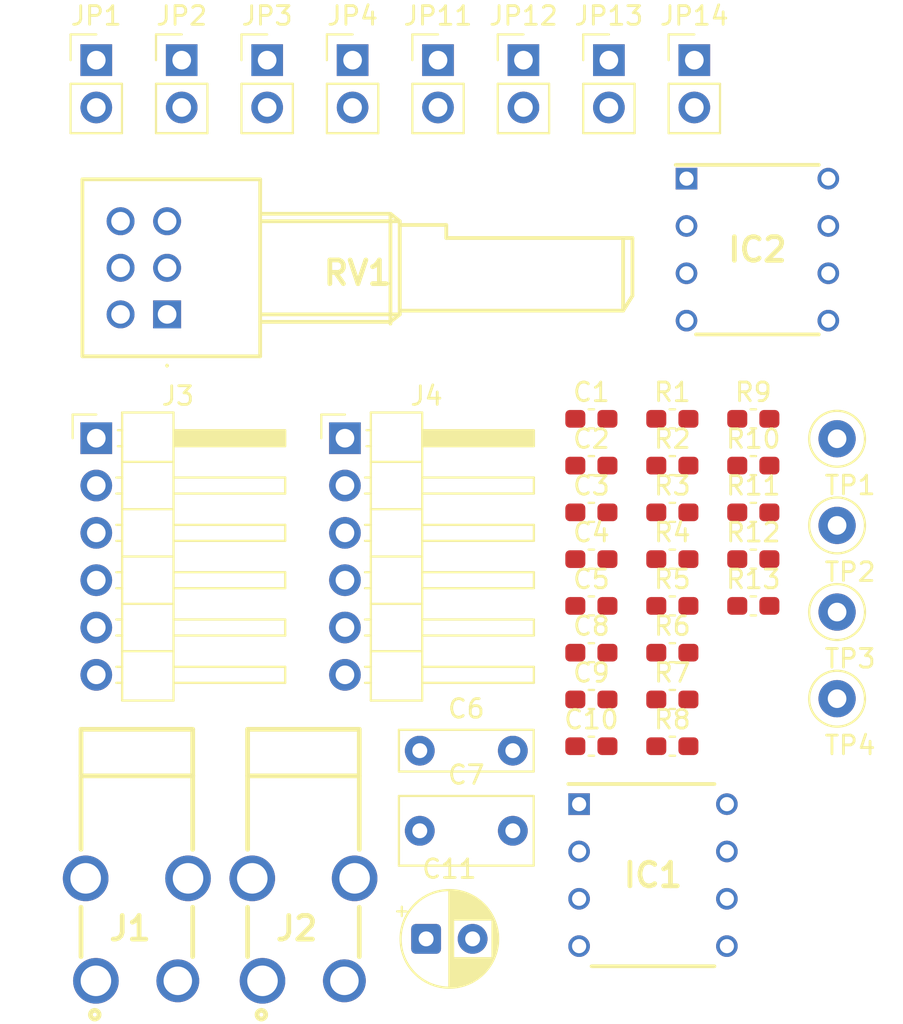
<source format=kicad_pcb>
(kicad_pcb (version 20241229) (generator "pcbnew") (generator_version "9.0")
  (layers (0 "F.Cu" signal) (2 "B.Cu" signal) (13 "F.Paste" user) (15 "B.Paste" user) (5 "F.SilkS" user "F.Silkscreen") (7 "B.SilkS" user "B.Silkscreen") (1 "F.Mask" user) (3 "B.Mask" user) (25 "Edge.Cuts" user))
  (net 0 "")
  (net 1 "Net-(IC1-VINB+)")
  (net 2 "Net-(C1-Pad2)")
  (net 3 "Net-(IC1-VINA-)")
  (net 4 "Net-(C2-Pad1)")
  (net 5 "Net-(C3-Pad1)")
  (net 6 "GND")
  (net 7 "/R11")
  (net 8 "VCC")
  (net 9 "Net-(C6-Pad1)")
  (net 10 "Net-(C7-Pad1)")
  (net 11 "/R13")
  (net 12 "Net-(C8-Pad1)")
  (net 13 "Net-(IC1-VINA+)")
  (net 14 "Net-(IC1-VINB-)")
  (net 15 "Net-(IC1-VOUTA)")
  (net 16 "Net-(IC2-+INPUT_A)")
  (net 17 "Net-(IC2-OUTPUT_A)")
  (net 18 "Net-(IC2--INPUT_A)")
  (net 19 "Net-(IC2-+INPUT_B)")
  (net 20 "Net-(IC2--INPUT_B)")
  (net 21 "Net-(J1-L-Pad2)")
  (net 22 "Net-(J1-R)")
  (net 23 "Net-(J2-L-Pad2)")
  (net 25 "Net-(J2-GND)")
  (net 26 "/A0_OUT")
  (net 27 "/A1_OUT")
  (net 30 "/A0_IN")
  (net 31 "/A1_IN")
  (net 32 "Net-(JP1-Pad1)")
  (net 33 "Net-(JP11-Pad2)")
  (footprint "Connector_PinHeader_2.54mm:PinHeader_1x02_P2.54mm_Vertical" (layer "F.Cu") (at 160.388 64.8408)
    (property "Reference" "JP3" (at 0 -2.38 0) (layer "F.SilkS"))
    (property "Value" "22-23-2021")
    (pad "1" thru_hole rect (at 0 0) (size 1.7 1.7) (drill 1) (layers "*.Cu" "*.Mask") (net 11 "/R13"))
    (pad "2" thru_hole circle (at 0 2.54) (size 1.7 1.7) (drill 1) (layers "*.Cu" "*.Mask") (net 23 "Net-(J2-L-Pad2)"))
  )
  (footprint "Capacitor_SMD:C_0603_1608Metric_Pad1.08x0.95mm_HandSolder" (layer "F.Cu") (at 182.158 91.6208)
    (property "Reference" "R4" (at 0 -1.43 0) (layer "F.SilkS"))
    (property "Value" "47k")
    (pad "1" smd roundrect (at -0.8625 0) (size 1.075 0.95) (layers "F.Cu" "F.Mask" "F.Paste") (net 22 "Net-(J1-R)"))
    (pad "2" smd roundrect (at 0.8625 0) (size 1.075 0.95) (layers "F.Cu" "F.Mask" "F.Paste") (net 5 "Net-(C3-Pad1)"))
  )
  (footprint "Capacitor_SMD:C_0603_1608Metric_Pad1.08x0.95mm_HandSolder" (layer "F.Cu") (at 182.158 96.6408)
    (property "Reference" "R6" (at 0 -1.43 0) (layer "F.SilkS"))
    (property "Value" "22")
    (pad "1" smd roundrect (at -0.8625 0) (size 1.075 0.95) (layers "F.Cu" "F.Mask" "F.Paste") (net 33 "Net-(JP11-Pad2)"))
    (pad "2" smd roundrect (at 0.8625 0) (size 1.075 0.95) (layers "F.Cu" "F.Mask" "F.Paste") (net 15 "Net-(IC1-VOUTA)"))
  )
  (footprint "Connector_PinHeader_2.54mm:PinHeader_1x06_P2.54mm_Horizontal" (layer "F.Cu") (at 151.208 85.1308)
    (property "Reference" "J3" (at 4.385 -2.27 0) (layer "F.SilkS"))
    (property "Value" "Conn_01x06")
    (pad "1" thru_hole rect (at 0 0) (size 1.7 1.7) (drill 1) (layers "*.Cu" "*.Mask") (net 8 "VCC"))
    (pad "2" thru_hole circle (at 0 2.54) (size 1.7 1.7) (drill 1) (layers "*.Cu" "*.Mask") (net 6 "GND"))
    (pad "3" thru_hole circle (at 0 5.08) (size 1.7 1.7) (drill 1) (layers "*.Cu" "*.Mask") (net 6 "GND"))
    (pad "4" thru_hole circle (at 0 7.62) (size 1.7 1.7) (drill 1) (layers "*.Cu" "*.Mask") (net 27 "/A1_OUT"))
    (pad "5" thru_hole circle (at 0 10.16) (size 1.7 1.7) (drill 1) (layers "*.Cu" "*.Mask") (net 6 "GND"))
    (pad "6" thru_hole circle (at 0 12.7) (size 1.7 1.7) (drill 1) (layers "*.Cu" "*.Mask") (net 26 "/A0_OUT"))
  )
  (footprint "Capacitor_SMD:C_0603_1608Metric_Pad1.08x0.95mm_HandSolder" (layer "F.Cu") (at 177.808 86.6008)
    (property "Reference" "C2" (at 0 -1.43 0) (layer "F.SilkS"))
    (property "Value" "1μ")
    (pad "1" smd roundrect (at -0.8625 0) (size 1.075 0.95) (layers "F.Cu" "F.Mask" "F.Paste") (net 4 "Net-(C2-Pad1)"))
    (pad "2" smd roundrect (at 0.8625 0) (size 1.075 0.95) (layers "F.Cu" "F.Mask" "F.Paste") (net 3 "Net-(IC1-VINA-)"))
  )
  (footprint "Capacitor_THT:C_Rect_L7.0mm_W2.0mm_P5.00mm" (layer "F.Cu") (at 168.588 101.9008)
    (property "Reference" "C6" (at 2.5 -2.25 0) (layer "F.SilkS"))
    (property "Value" "0.0047μ(mila)")
    (pad "1" thru_hole circle (at 0 0) (size 1.6 1.6) (drill 0.8) (layers "*.Cu" "*.Mask") (net 9 "Net-(C6-Pad1)"))
    (pad "2" thru_hole circle (at 5 0) (size 1.6 1.6) (drill 0.8) (layers "*.Cu" "*.Mask") (net 6 "GND"))
  )
  (footprint "Capacitor_SMD:C_0603_1608Metric_Pad1.08x0.95mm_HandSolder" (layer "F.Cu") (at 186.508 84.0908)
    (property "Reference" "R9" (at 0 -1.43 0) (layer "F.SilkS"))
    (property "Value" "22")
    (pad "1" smd roundrect (at -0.8625 0) (size 1.075 0.95) (layers "F.Cu" "F.Mask" "F.Paste") (net 14 "Net-(IC1-VINB-)"))
    (pad "2" smd roundrect (at 0.8625 0) (size 1.075 0.95) (layers "F.Cu" "F.Mask" "F.Paste") (net 32 "Net-(JP1-Pad1)"))
  )
  (footprint "TestPoint:TestPoint_Loop_D2.50mm_Drill1.0mm" (layer "F.Cu") (at 191.008 85.1608)
    (property "Reference" "TP1" (at 0.7 2.5 0) (layer "F.SilkS"))
    (property "Value" "入力")
    (pad "1" thru_hole circle (at 0 0) (size 2 2) (drill 1) (layers "*.Cu" "*.Mask") (net 2 "Net-(C1-Pad2)"))
  )
  (footprint "Connector_PinHeader_2.54mm:PinHeader_1x02_P2.54mm_Vertical" (layer "F.Cu") (at 155.798 64.8408)
    (property "Reference" "JP2" (at 0 -2.38 0) (layer "F.SilkS"))
    (property "Value" "22-23-2021")
    (pad "1" thru_hole rect (at 0 0) (size 1.7 1.7) (drill 1) (layers "*.Cu" "*.Mask") (net 9 "Net-(C6-Pad1)"))
    (pad "2" thru_hole circle (at 0 2.54) (size 1.7 1.7) (drill 1) (layers "*.Cu" "*.Mask") (net 12 "Net-(C8-Pad1)"))
  )
  (footprint "TestPoint:TestPoint_Loop_D2.50mm_Drill1.0mm" (layer "F.Cu") (at 191.008 94.4608)
    (property "Reference" "TP3" (at 0.7 2.5 0) (layer "F.SilkS"))
    (property "Value" "出力")
    (pad "1" thru_hole circle (at 0 0) (size 2 2) (drill 1) (layers "*.Cu" "*.Mask") (net 12 "Net-(C8-Pad1)"))
  )
  (footprint "Connector_PinHeader_2.54mm:PinHeader_1x06_P2.54mm_Horizontal" (layer "F.Cu") (at 164.568 85.1308)
    (property "Reference" "J4" (at 4.385 -2.27 0) (layer "F.SilkS"))
    (property "Value" "Conn_01x06")
    (pad "1" thru_hole rect (at 0 0) (size 1.7 1.7) (drill 1) (layers "*.Cu" "*.Mask") (net 8 "VCC"))
    (pad "2" thru_hole circle (at 0 2.54) (size 1.7 1.7) (drill 1) (layers "*.Cu" "*.Mask") (net 6 "GND"))
    (pad "3" thru_hole circle (at 0 5.08) (size 1.7 1.7) (drill 1) (layers "*.Cu" "*.Mask"))
    (pad "4" thru_hole circle (at 0 7.62) (size 1.7 1.7) (drill 1) (layers "*.Cu" "*.Mask") (net 31 "/A1_IN"))
    (pad "5" thru_hole circle (at 0 10.16) (size 1.7 1.7) (drill 1) (layers "*.Cu" "*.Mask"))
    (pad "6" thru_hole circle (at 0 12.7) (size 1.7 1.7) (drill 1) (layers "*.Cu" "*.Mask") (net 30 "/A0_IN"))
  )
  (footprint "Capacitor_SMD:C_0603_1608Metric_Pad1.08x0.95mm_HandSolder" (layer "F.Cu") (at 177.808 89.1108)
    (property "Reference" "C3" (at 0 -1.43 0) (layer "F.SilkS"))
    (property "Value" "1μ")
    (pad "1" smd roundrect (at -0.8625 0) (size 1.075 0.95) (layers "F.Cu" "F.Mask" "F.Paste") (net 5 "Net-(C3-Pad1)"))
    (pad "2" smd roundrect (at 0.8625 0) (size 1.075 0.95) (layers "F.Cu" "F.Mask" "F.Paste") (net 3 "Net-(IC1-VINA-)"))
  )
  (footprint "Connector_PinHeader_2.54mm:PinHeader_1x02_P2.54mm_Vertical" (layer "F.Cu") (at 183.338 64.8408)
    (property "Reference" "JP14" (at 0 -2.38 0) (layer "F.SilkS"))
    (property "Value" "22-23-2021")
    (pad "1" thru_hole rect (at 0 0) (size 1.7 1.7) (drill 1) (layers "*.Cu" "*.Mask") (net 25 "Net-(J2-GND)"))
    (pad "2" thru_hole circle (at 0 2.54) (size 1.7 1.7) (drill 1) (layers "*.Cu" "*.Mask") (net 6 "GND"))
  )
  (footprint "Capacitor_SMD:C_0603_1608Metric_Pad1.08x0.95mm_HandSolder" (layer "F.Cu") (at 182.158 101.6608)
    (property "Reference" "R8" (at 0 -1.43 0) (layer "F.SilkS"))
    (property "Value" "220k")
    (pad "1" smd roundrect (at -0.8625 0) (size 1.075 0.95) (layers "F.Cu" "F.Mask" "F.Paste") (net 7 "/R11"))
    (pad "2" smd roundrect (at 0.8625 0) (size 1.075 0.95) (layers "F.Cu" "F.Mask" "F.Paste") (net 6 "GND"))
  )
  (footprint "Capacitor_SMD:C_0603_1608Metric_Pad1.08x0.95mm_HandSolder" (layer "F.Cu") (at 182.158 84.0908)
    (property "Reference" "R1" (at 0 -1.43 0) (layer "F.SilkS"))
    (property "Value" "100k")
    (pad "1" smd roundrect (at -0.8625 0) (size 1.075 0.95) (layers "F.Cu" "F.Mask" "F.Paste") (net 1 "Net-(IC1-VINB+)"))
    (pad "2" smd roundrect (at 0.8625 0) (size 1.075 0.95) (layers "F.Cu" "F.Mask" "F.Paste") (net 7 "/R11"))
  )
  (footprint "Capacitor_SMD:C_0603_1608Metric_Pad1.08x0.95mm_HandSolder" (layer "F.Cu") (at 186.508 86.6008)
    (property "Reference" "R10" (at 0 -1.43 0) (layer "F.SilkS"))
    (property "Value" "6.8k")
    (pad "1" smd roundrect (at -0.8625 0) (size 1.075 0.95) (layers "F.Cu" "F.Mask" "F.Paste"))
    (pad "2" smd roundrect (at 0.8625 0) (size 1.075 0.95) (layers "F.Cu" "F.Mask" "F.Paste") (net 12 "Net-(C8-Pad1)"))
  )
  (footprint "samacsys:RK09712200HA" (layer "F.Cu") (at 155.013 78.4858)
    (property "Reference" "RV1" (at 10.225 -2.225 0) (layer "F.SilkS") (effects (font (size 1.27 1.27) (thickness 0.254))))
    (property "Value" "R_Potentiometer" (hide yes))
    (pad "R1" thru_hole rect (at 0 0) (size 1.5 1.5) (drill 1) (layers "*.Cu" "*.Mask"))
    (pad "R12" thru_hole circle (at 0 -2.5) (size 1.5 1.5) (drill 1) (layers "*.Cu" "*.Mask") (net 19 "Net-(IC2-+INPUT_B)"))
    (pad "R13" thru_hole circle (at 0 -5) (size 1.5 1.5) (drill 1) (layers "*.Cu" "*.Mask") (net 11 "/R13"))
    (pad "R21" thru_hole circle (at -2.5 0) (size 1.5 1.5) (drill 1) (layers "*.Cu" "*.Mask"))
    (pad "R22" thru_hole circle (at -2.5 -2.5) (size 1.5 1.5) (drill 1) (layers "*.Cu" "*.Mask"))
    (pad "R23" thru_hole circle (at -2.5 -5) (size 1.5 1.5) (drill 1) (layers "*.Cu" "*.Mask"))
  )
  (footprint "Capacitor_SMD:C_0603_1608Metric_Pad1.08x0.95mm_HandSolder" (layer "F.Cu") (at 177.808 99.1508)
    (property "Reference" "C9" (at 0 -1.43 0) (layer "F.SilkS"))
    (property "Value" "1μ")
    (pad "1" smd roundrect (at -0.8625 0) (size 1.075 0.95) (layers "F.Cu" "F.Mask" "F.Paste") (net 6 "GND"))
    (pad "2" smd roundrect (at 0.8625 0) (size 1.075 0.95) (layers "F.Cu" "F.Mask" "F.Paste") (net 7 "/R11"))
  )
  (footprint "Connector_PinHeader_2.54mm:PinHeader_1x02_P2.54mm_Vertical" (layer "F.Cu") (at 169.568 64.8408)
    (property "Reference" "JP11" (at 0 -2.38 0) (layer "F.SilkS"))
    (property "Value" "22-23-2021")
    (pad "1" thru_hole rect (at 0 0) (size 1.7 1.7) (drill 1) (layers "*.Cu" "*.Mask") (net 26 "/A0_OUT"))
    (pad "2" thru_hole circle (at 0 2.54) (size 1.7 1.7) (drill 1) (layers "*.Cu" "*.Mask") (net 33 "Net-(JP11-Pad2)"))
  )
  (footprint "samacsys:MJ-8435" (layer "F.Cu") (at 162.338 103.2528)
    (property "Reference" "J2" (at -0.364 8.187 0) (layer "F.SilkS") (effects (font (size 1.27 1.27) (thickness 0.254))))
    (property "Value" "MJ-8435" (hide yes))
    (pad "1" thru_hole circle (at -2.2 11) (size 2.45 2.45) (drill 1.64) (layers "*.Cu" "*.Mask") (net 25 "Net-(J2-GND)"))
    (pad "2" thru_hole circle (at -2.75 5.5) (size 2.45 2.45) (drill 1.64) (layers "*.Cu" "*.Mask") (net 23 "Net-(J2-L-Pad2)"))
    (pad "3" thru_hole circle (at 2.75 5.5) (size 2.45 2.45) (drill 1.64) (layers "*.Cu" "*.Mask") (net 23 "Net-(J2-L-Pad2)"))
    (pad "4" thru_hole circle (at 2.2 11) (size 2.3 2.3) (drill 1.53) (layers "*.Cu" "*.Mask"))
  )
  (footprint "samacsys:MJ-8435" (layer "F.Cu") (at 153.388 103.2528)
    (property "Reference" "J1" (at -0.364 8.187 0) (layer "F.SilkS") (effects (font (size 1.27 1.27) (thickness 0.254))))
    (property "Value" "MJ-8435" (hide yes))
    (pad "1" thru_hole circle (at -2.2 11) (size 2.45 2.45) (drill 1.64) (layers "*.Cu" "*.Mask") (net 6 "GND"))
    (pad "2" thru_hole circle (at -2.75 5.5) (size 2.45 2.45) (drill 1.64) (layers "*.Cu" "*.Mask") (net 21 "Net-(J1-L-Pad2)"))
    (pad "3" thru_hole circle (at 2.75 5.5) (size 2.45 2.45) (drill 1.64) (layers "*.Cu" "*.Mask") (net 21 "Net-(J1-L-Pad2)"))
    (pad "4" thru_hole circle (at 2.2 11) (size 2.3 2.3) (drill 1.53) (layers "*.Cu" "*.Mask") (net 22 "Net-(J1-R)"))
  )
  (footprint "Capacitor_SMD:C_0603_1608Metric_Pad1.08x0.95mm_HandSolder" (layer "F.Cu") (at 182.158 86.6008)
    (property "Reference" "R2" (at 0 -1.43 0) (layer "F.SilkS"))
    (property "Value" "100k")
    (pad "1" smd roundrect (at -0.8625 0) (size 1.075 0.95) (layers "F.Cu" "F.Mask" "F.Paste") (net 7 "/R11"))
    (pad "2" smd roundrect (at 0.8625 0) (size 1.075 0.95) (layers "F.Cu" "F.Mask" "F.Paste") (net 13 "Net-(IC1-VINA+)"))
  )
  (footprint "Capacitor_SMD:C_0603_1608Metric_Pad1.08x0.95mm_HandSolder" (layer "F.Cu") (at 177.808 94.1308)
    (property "Reference" "C5" (at 0 -1.43 0) (layer "F.SilkS"))
    (property "Value" "0.1μ")
    (pad "1" smd roundrect (at -0.8625 0) (size 1.075 0.95) (layers "F.Cu" "F.Mask" "F.Paste") (net 6 "GND"))
    (pad "2" smd roundrect (at 0.8625 0) (size 1.075 0.95) (layers "F.Cu" "F.Mask" "F.Paste") (net 8 "VCC"))
  )
  (footprint "samacsys:DIP794W56P254L946H432Q8N" (layer "F.Cu") (at 181.118 108.5808)
    (property "Reference" "IC1" (at 0 0 0) (layer "F.SilkS") (effects (font (size 1.27 1.27) (thickness 0.254))))
    (property "Value" "MCP6022-I_P" (hide yes))
    (pad "1" thru_hole rect (at -3.97 -3.81) (size 1.16 1.16) (drill 0.76) (layers "*.Cu" "*.Mask") (net 15 "Net-(IC1-VOUTA)"))
    (pad "2" thru_hole circle (at -3.97 -1.27) (size 1.16 1.16) (drill 0.76) (layers "*.Cu" "*.Mask") (net 3 "Net-(IC1-VINA-)"))
    (pad "3" thru_hole circle (at -3.97 1.27) (size 1.16 1.16) (drill 0.76) (layers "*.Cu" "*.Mask") (net 13 "Net-(IC1-VINA+)"))
    (pad "4" thru_hole circle (at -3.97 3.81) (size 1.16 1.16) (drill 0.76) (layers "*.Cu" "*.Mask") (net 6 "GND"))
    (pad "5" thru_hole circle (at 3.97 3.81) (size 1.16 1.16) (drill 0.76) (layers "*.Cu" "*.Mask") (net 1 "Net-(IC1-VINB+)"))
    (pad "6" thru_hole circle (at 3.97 1.27) (size 1.16 1.16) (drill 0.76) (layers "*.Cu" "*.Mask") (net 14 "Net-(IC1-VINB-)"))
    (pad "7" thru_hole circle (at 3.97 -1.27) (size 1.16 1.16) (drill 0.76) (layers "*.Cu" "*.Mask") (net 14 "Net-(IC1-VINB-)"))
    (pad "8" thru_hole circle (at 3.97 -3.81) (size 1.16 1.16) (drill 0.76) (layers "*.Cu" "*.Mask") (net 8 "VCC"))
  )
  (footprint "Capacitor_SMD:C_0603_1608Metric_Pad1.08x0.95mm_HandSolder" (layer "F.Cu") (at 177.808 96.6408)
    (property "Reference" "C8" (at 0 -1.43 0) (layer "F.SilkS"))
    (property "Value" "1μ")
    (pad "1" smd roundrect (at -0.8625 0) (size 1.075 0.95) (layers "F.Cu" "F.Mask" "F.Paste") (net 12 "Net-(C8-Pad1)"))
    (pad "2" smd roundrect (at 0.8625 0) (size 1.075 0.95) (layers "F.Cu" "F.Mask" "F.Paste") (net 11 "/R13"))
  )
  (footprint "Capacitor_SMD:C_0603_1608Metric_Pad1.08x0.95mm_HandSolder" (layer "F.Cu") (at 186.508 89.1108)
    (property "Reference" "R11" (at 0 -1.43 0) (layer "F.SilkS"))
    (property "Value" "100k")
    (pad "1" smd roundrect (at -0.8625 0) (size 1.075 0.95) (layers "F.Cu" "F.Mask" "F.Paste") (net 7 "/R11"))
    (pad "2" smd roundrect (at 0.8625 0) (size 1.075 0.95) (layers "F.Cu" "F.Mask" "F.Paste") (net 16 "Net-(IC2-+INPUT_A)"))
  )
  (footprint "Capacitor_SMD:C_0603_1608Metric_Pad1.08x0.95mm_HandSolder" (layer "F.Cu") (at 186.508 94.1308)
    (property "Reference" "R13" (at 0 -1.43 0) (layer "F.SilkS"))
    (property "Value" "100k")
    (pad "1" smd roundrect (at -0.8625 0) (size 1.075 0.95) (layers "F.Cu" "F.Mask" "F.Paste") (net 20 "Net-(IC2--INPUT_B)"))
    (pad "2" smd roundrect (at 0.8625 0) (size 1.075 0.95) (layers "F.Cu" "F.Mask" "F.Paste") (net 18 "Net-(IC2--INPUT_A)"))
  )
  (footprint "Capacitor_THT:CP_Radial_D5.0mm_P2.50mm" (layer "F.Cu") (at 168.927775 112.0008)
    (property "Reference" "C11" (at 1.25 -3.75 0) (layer "F.SilkS"))
    (property "Value" "100μ")
    (pad "1" thru_hole roundrect (at 0 0) (size 1.6 1.6) (drill 0.8) (layers "*.Cu" "*.Mask") (roundrect_rratio 0.15625) (net 6 "GND"))
    (pad "2" thru_hole circle (at 2.5 0) (size 1.6 1.6) (drill 0.8) (layers "*.Cu" "*.Mask") (net 8 "VCC"))
  )
  (footprint "Capacitor_SMD:C_0603_1608Metric_Pad1.08x0.95mm_HandSolder" (layer "F.Cu") (at 182.158 99.1508)
    (property "Reference" "R7" (at 0 -1.43 0) (layer "F.SilkS"))
    (property "Value" "220k")
    (pad "1" smd roundrect (at -0.8625 0) (size 1.075 0.95) (layers "F.Cu" "F.Mask" "F.Paste") (net 8 "VCC"))
    (pad "2" smd roundrect (at 0.8625 0) (size 1.075 0.95) (layers "F.Cu" "F.Mask" "F.Paste") (net 7 "/R11"))
  )
  (footprint "Capacitor_THT:C_Rect_L7.0mm_W3.5mm_P5.00mm" (layer "F.Cu") (at 168.588 106.2008)
    (property "Reference" "C7" (at 2.5 -3 0) (layer "F.SilkS"))
    (property "Value" "0.001μ(mila)")
    (pad "1" thru_hole circle (at 0 0) (size 1.6 1.6) (drill 0.8) (layers "*.Cu" "*.Mask") (net 10 "Net-(C7-Pad1)"))
    (pad "2" thru_hole circle (at 5 0) (size 1.6 1.6) (drill 0.8) (layers "*.Cu" "*.Mask") (net 6 "GND"))
  )
  (footprint "TestPoint:TestPoint_Loop_D2.50mm_Drill1.0mm" (layer "F.Cu") (at 191.008 89.8108)
    (property "Reference" "TP2" (at 0.7 2.5 0) (layer "F.SilkS"))
    (property "Value" "TestPoint")
    (pad "1" thru_hole circle (at 0 0) (size 2 2) (drill 1) (layers "*.Cu" "*.Mask") (net 6 "GND"))
  )
  (footprint "Capacitor_SMD:C_0603_1608Metric_Pad1.08x0.95mm_HandSolder" (layer "F.Cu") (at 177.808 101.6608)
    (property "Reference" "C10" (at 0 -1.43 0) (layer "F.SilkS"))
    (property "Value" "0.1μ")
    (pad "1" smd roundrect (at -0.8625 0) (size 1.075 0.95) (layers "F.Cu" "F.Mask" "F.Paste") (net 6 "GND"))
    (pad "2" smd roundrect (at 0.8625 0) (size 1.075 0.95) (layers "F.Cu" "F.Mask" "F.Paste") (net 8 "VCC"))
  )
  (footprint "samacsys:DIP762W56P254L880H425Q8N" (layer "F.Cu") (at 186.728 75.0108)
    (property "Reference" "IC2" (at 0 0 0) (layer "F.SilkS") (effects (font (size 1.27 1.27) (thickness 0.254))))
    (property "Value" "NJU7043D" (hide yes))
    (pad "1" thru_hole rect (at -3.81 -3.81) (size 1.16 1.16) (drill 0.76) (layers "*.Cu" "*.Mask") (net 17 "Net-(IC2-OUTPUT_A)"))
    (pad "2" thru_hole circle (at -3.81 -1.27) (size 1.16 1.16) (drill 0.76) (layers "*.Cu" "*.Mask") (net 18 "Net-(IC2--INPUT_A)"))
    (pad "3" thru_hole circle (at -3.81 1.27) (size 1.16 1.16) (drill 0.76) (layers "*.Cu" "*.Mask") (net 16 "Net-(IC2-+INPUT_A)"))
    (pad "4" thru_hole circle (at -3.81 3.81) (size 1.16 1.16) (drill 0.76) (layers "*.Cu" "*.Mask") (net 6 "GND"))
    (pad "5" thru_hole circle (at 3.81 3.81) (size 1.16 1.16) (drill 0.76) (layers "*.Cu" "*.Mask") (net 19 "Net-(IC2-+INPUT_B)"))
    (pad "6" thru_hole circle (at 3.81 1.27) (size 1.16 1.16) (drill 0.76) (layers "*.Cu" "*.Mask") (net 20 "Net-(IC2--INPUT_B)"))
    (pad "7" thru_hole circle (at 3.81 -1.27) (size 1.16 1.16) (drill 0.76) (layers "*.Cu" "*.Mask") (net 20 "Net-(IC2--INPUT_B)"))
    (pad "8" thru_hole circle (at 3.81 -3.81) (size 1.16 1.16) (drill 0.76) (layers "*.Cu" "*.Mask") (net 8 "VCC"))
  )
  (footprint "Capacitor_SMD:C_0603_1608Metric_Pad1.08x0.95mm_HandSolder" (layer "F.Cu") (at 182.158 89.1108)
    (property "Reference" "R3" (at 0 -1.43 0) (layer "F.SilkS"))
    (property "Value" "47k")
    (pad "1" smd roundrect (at -0.8625 0) (size 1.075 0.95) (layers "F.Cu" "F.Mask" "F.Paste") (net 21 "Net-(J1-L-Pad2)"))
    (pad "2" smd roundrect (at 0.8625 0) (size 1.075 0.95) (layers "F.Cu" "F.Mask" "F.Paste") (net 4 "Net-(C2-Pad1)"))
  )
  (footprint "Connector_PinHeader_2.54mm:PinHeader_1x02_P2.54mm_Vertical" (layer "F.Cu") (at 174.158 64.8408)
    (property "Reference" "JP12" (at 0 -2.38 0) (layer "F.SilkS"))
    (property "Value" "22-23-2021")
    (pad "1" thru_hole rect (at 0 0) (size 1.7 1.7) (drill 1) (layers "*.Cu" "*.Mask") (net 10 "Net-(C7-Pad1)"))
    (pad "2" thru_hole circle (at 0 2.54) (size 1.7 1.7) (drill 1) (layers "*.Cu" "*.Mask") (net 12 "Net-(C8-Pad1)"))
  )
  (footprint "Capacitor_SMD:C_0603_1608Metric_Pad1.08x0.95mm_HandSolder" (layer "F.Cu") (at 186.508 91.6208)
    (property "Reference" "R12" (at 0 -1.43 0) (layer "F.SilkS"))
    (property "Value" "100k")
    (pad "1" smd roundrect (at -0.8625 0) (size 1.075 0.95) (layers "F.Cu" "F.Mask" "F.Paste") (net 17 "Net-(IC2-OUTPUT_A)"))
    (pad "2" smd roundrect (at 0.8625 0) (size 1.075 0.95) (layers "F.Cu" "F.Mask" "F.Paste") (net 18 "Net-(IC2--INPUT_A)"))
  )
  (footprint "Capacitor_SMD:C_0603_1608Metric_Pad1.08x0.95mm_HandSolder" (layer "F.Cu") (at 177.808 84.0908)
    (property "Reference" "C1" (at 0 -1.43 0) (layer "F.SilkS"))
    (property "Value" "1μ")
    (pad "1" smd roundrect (at -0.8625 0) (size 1.075 0.95) (layers "F.Cu" "F.Mask" "F.Paste") (net 1 "Net-(IC1-VINB+)"))
    (pad "2" smd roundrect (at 0.8625 0) (size 1.075 0.95) (layers "F.Cu" "F.Mask" "F.Paste") (net 2 "Net-(C1-Pad2)"))
  )
  (footprint "Capacitor_SMD:C_0603_1608Metric_Pad1.08x0.95mm_HandSolder" (layer "F.Cu") (at 182.158 94.1308)
    (property "Reference" "R5" (at 0 -1.43 0) (layer "F.SilkS"))
    (property "Value" "100k")
    (pad "1" smd roundrect (at -0.8625 0) (size 1.075 0.95) (layers "F.Cu" "F.Mask" "F.Paste") (net 3 "Net-(IC1-VINA-)"))
    (pad "2" smd roundrect (at 0.8625 0) (size 1.075 0.95) (layers "F.Cu" "F.Mask" "F.Paste") (net 15 "Net-(IC1-VOUTA)"))
  )
  (footprint "Connector_PinHeader_2.54mm:PinHeader_1x02_P2.54mm_Vertical" (layer "F.Cu") (at 178.748 64.8408)
    (property "Reference" "JP13" (at 0 -2.38 0) (layer "F.SilkS"))
    (property "Value" "22-23-2021")
    (pad "1" thru_hole rect (at 0 0) (size 1.7 1.7) (drill 1) (layers "*.Cu" "*.Mask") (net 23 "Net-(J2-L-Pad2)"))
    (pad "2" thru_hole circle (at 0 2.54) (size 1.7 1.7) (drill 1) (layers "*.Cu" "*.Mask") (net 20 "Net-(IC2--INPUT_B)"))
  )
  (footprint "TestPoint:TestPoint_Loop_D2.50mm_Drill1.0mm" (layer "F.Cu") (at 191.008 99.1108)
    (property "Reference" "TP4" (at 0.7 2.5 0) (layer "F.SilkS"))
    (property "Value" "TestPoint")
    (pad "1" thru_hole circle (at 0 0) (size 2 2) (drill 1) (layers "*.Cu" "*.Mask") (net 6 "GND"))
  )
  (footprint "Capacitor_SMD:C_0603_1608Metric_Pad1.08x0.95mm_HandSolder" (layer "F.Cu") (at 177.808 91.6208)
    (property "Reference" "C4" (at 0 -1.43 0) (layer "F.SilkS"))
    (property "Value" "1μ")
    (pad "1" smd roundrect (at -0.8625 0) (size 1.075 0.95) (layers "F.Cu" "F.Mask" "F.Paste") (net 6 "GND"))
    (pad "2" smd roundrect (at 0.8625 0) (size 1.075 0.95) (layers "F.Cu" "F.Mask" "F.Paste") (net 7 "/R11"))
  )
  (footprint "Connector_PinHeader_2.54mm:PinHeader_1x02_P2.54mm_Vertical" (layer "F.Cu") (at 164.978 64.8408)
    (property "Reference" "JP4" (at 0 -2.38 0) (layer "F.SilkS"))
    (property "Value" "22-23-2021")
    (pad "1" thru_hole rect (at 0 0) (size 1.7 1.7) (drill 1) (layers "*.Cu" "*.Mask") (net 17 "Net-(IC2-OUTPUT_A)"))
    (pad "2" thru_hole circle (at 0 2.54) (size 1.7 1.7) (drill 1) (layers "*.Cu" "*.Mask") (net 25 "Net-(J2-GND)"))
  )
  (footprint "Connector_PinHeader_2.54mm:PinHeader_1x02_P2.54mm_Vertical" (layer "F.Cu") (at 151.208 64.8408)
    (property "Reference" "JP1" (at 0 -2.38 0) (layer "F.SilkS"))
    (property "Value" "22-23-2021")
    (pad "1" thru_hole rect (at 0 0) (size 1.7 1.7) (drill 1) (layers "*.Cu" "*.Mask") (net 32 "Net-(JP1-Pad1)"))
    (pad "2" thru_hole circle (at 0 2.54) (size 1.7 1.7) (drill 1) (layers "*.Cu" "*.Mask") (net 26 "/A0_OUT"))
  )
)
</source>
